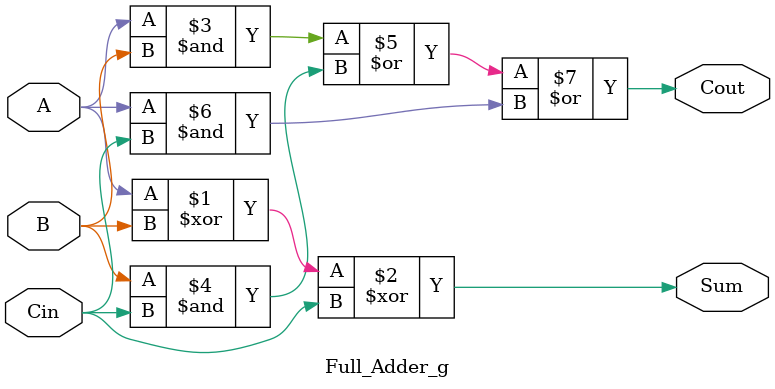
<source format=v>
`timescale 1ns / 1ps

module Full_Adder_g(
    input A,
    input B,
    input Cin,
    output Sum,
    output Cout
    );
assign Sum = A^B^Cin;
assign Cout= (A &B )|(B & Cin)|(A & Cin);

endmodule

</source>
